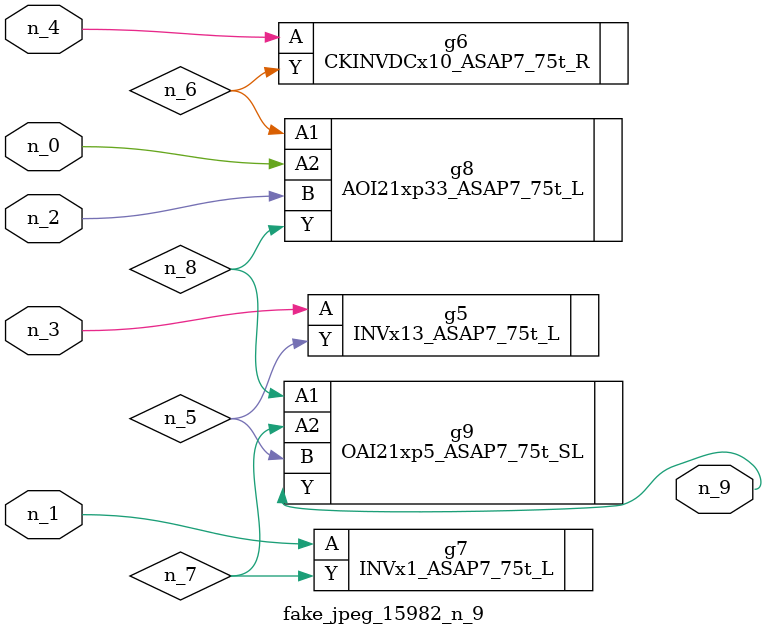
<source format=v>
module fake_jpeg_15982_n_9 (n_3, n_2, n_1, n_0, n_4, n_9);

input n_3;
input n_2;
input n_1;
input n_0;
input n_4;

output n_9;

wire n_8;
wire n_6;
wire n_5;
wire n_7;

INVx13_ASAP7_75t_L g5 ( 
.A(n_3),
.Y(n_5)
);

CKINVDCx10_ASAP7_75t_R g6 ( 
.A(n_4),
.Y(n_6)
);

INVx1_ASAP7_75t_L g7 ( 
.A(n_1),
.Y(n_7)
);

AOI21xp33_ASAP7_75t_L g8 ( 
.A1(n_6),
.A2(n_0),
.B(n_2),
.Y(n_8)
);

OAI21xp5_ASAP7_75t_SL g9 ( 
.A1(n_8),
.A2(n_7),
.B(n_5),
.Y(n_9)
);


endmodule
</source>
